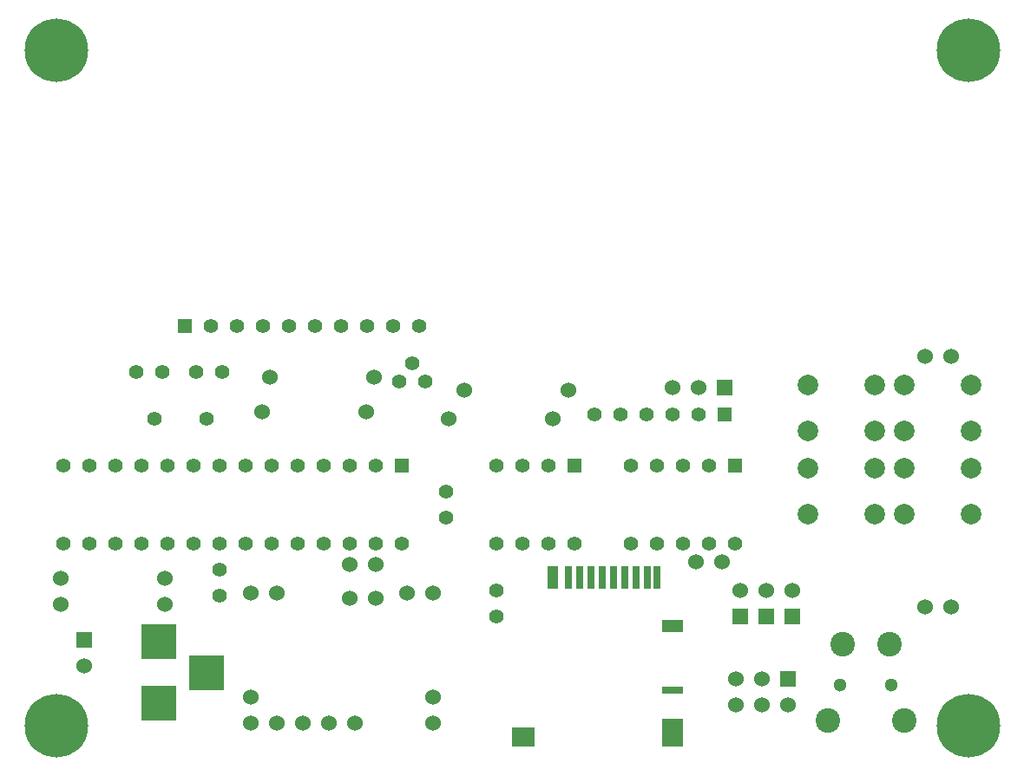
<source format=gbs>
G04 (created by PCBNEW (2013-jul-07)-stable) date 2015年01月22日 18時10分11秒*
%MOIN*%
G04 Gerber Fmt 3.4, Leading zero omitted, Abs format*
%FSLAX34Y34*%
G01*
G70*
G90*
G04 APERTURE LIST*
%ADD10C,0.006*%
%ADD11C,0.06*%
%ADD12R,0.055X0.055*%
%ADD13C,0.055*%
%ADD14R,0.06X0.06*%
%ADD15C,0.056*%
%ADD16R,0.0393701X0.0866142*%
%ADD17R,0.0275591X0.0866142*%
%ADD18R,0.0255906X0.0866142*%
%ADD19R,0.0787402X0.0472441*%
%ADD20R,0.0787402X0.0314961*%
%ADD21R,0.0787402X0.110236*%
%ADD22R,0.0905512X0.0748031*%
%ADD23R,0.1378X0.1378*%
%ADD24C,0.0787402*%
%ADD25C,0.244094*%
%ADD26C,0.0944882*%
%ADD27C,0.0511811*%
%ADD28C,0.0551181*%
G04 APERTURE END LIST*
G54D10*
G54D11*
X30300Y-55400D03*
X30300Y-54400D03*
X30300Y-50400D03*
X31300Y-55400D03*
X32300Y-55400D03*
X33300Y-55400D03*
X34300Y-55400D03*
X37300Y-55400D03*
X37300Y-50400D03*
X36300Y-50400D03*
X37300Y-54400D03*
X31300Y-50400D03*
G54D12*
X48500Y-43550D03*
G54D13*
X47500Y-43550D03*
X46500Y-43550D03*
X45500Y-43550D03*
X44500Y-43550D03*
X43500Y-43550D03*
G54D12*
X27783Y-40157D03*
G54D13*
X28783Y-40157D03*
X29783Y-40157D03*
X30783Y-40157D03*
X31783Y-40157D03*
X32783Y-40157D03*
X33783Y-40157D03*
X34783Y-40157D03*
X35783Y-40157D03*
X36783Y-40157D03*
G54D11*
X23000Y-49850D03*
X27000Y-49850D03*
X27000Y-50850D03*
X23000Y-50850D03*
X34750Y-43450D03*
X30750Y-43450D03*
X31050Y-42100D03*
X35050Y-42100D03*
X37900Y-43700D03*
X41900Y-43700D03*
X38500Y-42600D03*
X42500Y-42600D03*
G54D14*
X50950Y-53700D03*
G54D11*
X50950Y-54700D03*
X49950Y-53700D03*
X49950Y-54700D03*
X48950Y-53700D03*
X48950Y-54700D03*
G54D14*
X48500Y-42500D03*
G54D11*
X47500Y-42500D03*
X46500Y-42500D03*
G54D14*
X23900Y-52200D03*
G54D11*
X23900Y-53200D03*
G54D14*
X51100Y-51300D03*
G54D11*
X51100Y-50300D03*
G54D14*
X50100Y-51300D03*
G54D11*
X50100Y-50300D03*
G54D14*
X49100Y-51300D03*
G54D11*
X49100Y-50300D03*
G54D15*
X26600Y-43700D03*
X28600Y-43700D03*
G54D16*
X41909Y-49803D03*
G54D17*
X42519Y-49803D03*
X42952Y-49803D03*
X43385Y-49803D03*
X43818Y-49803D03*
X44251Y-49803D03*
X44685Y-49803D03*
X45118Y-49803D03*
G54D18*
X45551Y-49803D03*
X45925Y-49803D03*
G54D19*
X46496Y-51692D03*
G54D20*
X46496Y-54133D03*
G54D21*
X46496Y-55767D03*
G54D22*
X40787Y-55944D03*
G54D12*
X42750Y-45500D03*
G54D13*
X41750Y-45500D03*
X40750Y-45500D03*
X39750Y-45500D03*
X39750Y-48500D03*
X40750Y-48500D03*
X41750Y-48500D03*
X42750Y-48500D03*
X35100Y-45500D03*
X34100Y-45500D03*
X33100Y-45500D03*
X32100Y-45500D03*
X31100Y-45500D03*
X30100Y-45500D03*
X29100Y-45500D03*
X28100Y-45500D03*
X27100Y-45500D03*
X26100Y-45500D03*
X25100Y-45500D03*
X24100Y-45500D03*
X23100Y-45500D03*
G54D12*
X36100Y-45500D03*
G54D13*
X23100Y-48500D03*
X24100Y-48500D03*
X25100Y-48500D03*
X26100Y-48500D03*
X27100Y-48500D03*
X28100Y-48500D03*
X29100Y-48500D03*
X30100Y-48500D03*
X31100Y-48500D03*
X32100Y-48500D03*
X33100Y-48500D03*
X34100Y-48500D03*
X35100Y-48500D03*
X36100Y-48500D03*
G54D12*
X48900Y-45500D03*
G54D13*
X47900Y-45500D03*
X46900Y-45500D03*
X45900Y-45500D03*
X44900Y-45500D03*
X44900Y-48500D03*
X45900Y-48500D03*
X46900Y-48500D03*
X47900Y-48500D03*
X48900Y-48500D03*
X29200Y-41900D03*
X28200Y-41900D03*
X25900Y-41900D03*
X26900Y-41900D03*
X29100Y-50500D03*
X29100Y-49500D03*
X39750Y-51300D03*
X39750Y-50300D03*
X37800Y-47500D03*
X37800Y-46500D03*
G54D23*
X26771Y-52283D03*
X26771Y-54645D03*
X28621Y-53464D03*
G54D24*
X51720Y-47385D03*
X51720Y-45614D03*
X54279Y-45614D03*
X54279Y-47385D03*
X55420Y-47385D03*
X55420Y-45614D03*
X57979Y-45614D03*
X57979Y-47385D03*
X55420Y-44185D03*
X55420Y-42414D03*
X57979Y-42414D03*
X57979Y-44185D03*
X51720Y-44185D03*
X51720Y-42414D03*
X54279Y-42414D03*
X54279Y-44185D03*
G54D25*
X22834Y-29527D03*
X22834Y-55511D03*
X57874Y-29527D03*
X57874Y-55511D03*
G54D26*
X53031Y-52362D03*
X54842Y-52362D03*
X52480Y-55314D03*
X55393Y-55314D03*
G54D27*
X54921Y-53937D03*
X52952Y-53937D03*
G54D28*
X36496Y-41589D03*
X35996Y-42289D03*
X36996Y-42289D03*
G54D11*
X56200Y-41300D03*
X57200Y-41300D03*
X57200Y-50950D03*
X56200Y-50950D03*
X34100Y-50600D03*
X35100Y-50600D03*
X34100Y-49300D03*
X35100Y-49300D03*
X48400Y-49200D03*
X47400Y-49200D03*
M02*

</source>
